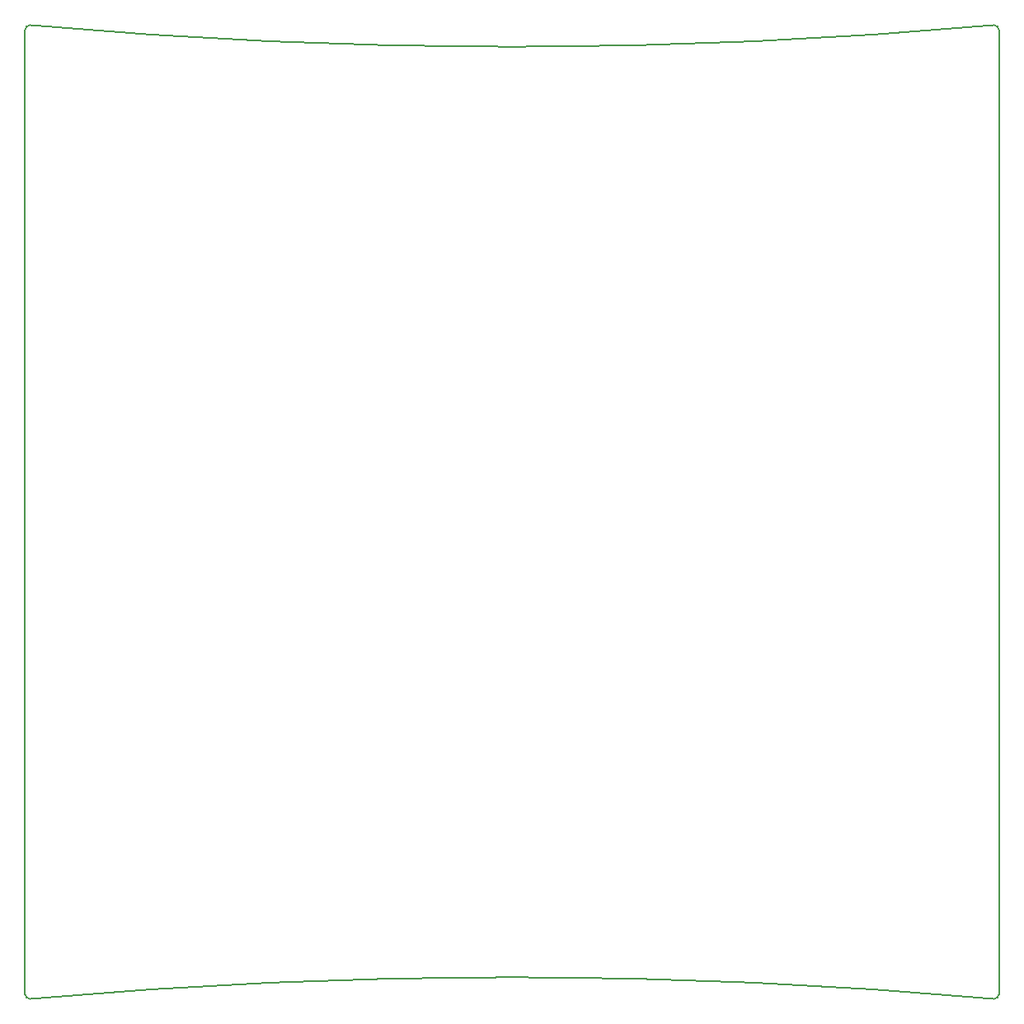
<source format=gbr>
%TF.GenerationSoftware,KiCad,Pcbnew,5.0.0*%
%TF.CreationDate,2018-09-20T16:03:51+02:00*%
%TF.ProjectId,adri,616472692E6B696361645F7063620000,rev?*%
%TF.SameCoordinates,Original*%
%TF.FileFunction,Profile,NP*%
%FSLAX46Y46*%
G04 Gerber Fmt 4.6, Leading zero omitted, Abs format (unit mm)*
G04 Created by KiCad (PCBNEW 5.0.0) date Thu Sep 20 16:03:51 2018*
%MOMM*%
%LPD*%
G01*
G04 APERTURE LIST*
%ADD10C,0.150000*%
G04 APERTURE END LIST*
D10*
X90500000Y-150000000D02*
G75*
G02X90000000Y-149500000I0J500000D01*
G01*
X190000000Y-149500000D02*
G75*
G02X189500000Y-150000000I-500000J0D01*
G01*
X189500000Y-50000000D02*
G75*
G02X190000000Y-50500000I0J-500000D01*
G01*
X90000000Y-50500000D02*
G75*
G02X90500000Y-50000000I500000J0D01*
G01*
X90500001Y-150000000D02*
G75*
G02X189500000Y-150000000I49499999J-550000000D01*
G01*
X189499999Y-50000000D02*
G75*
G02X90500000Y-50000000I-49500000J549999999D01*
G01*
X90000000Y-149500000D02*
X90000000Y-50500000D01*
X190000000Y-149500000D02*
X190000000Y-50500000D01*
M02*

</source>
